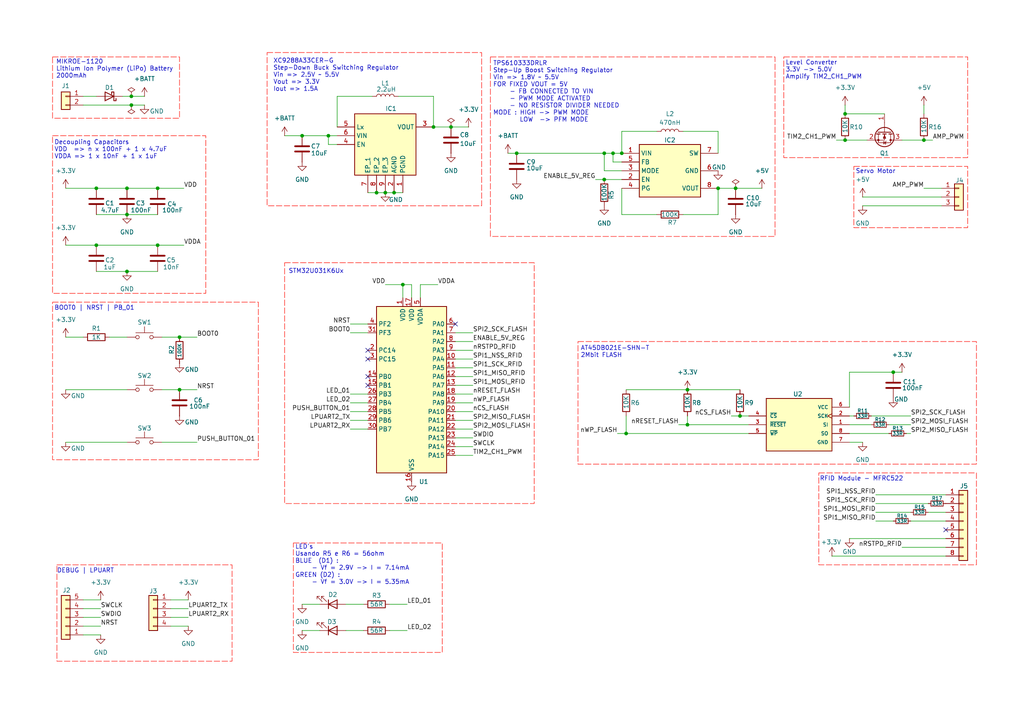
<source format=kicad_sch>
(kicad_sch (version 20250114) (generator "eeschema") (generator_version "9.0")
  (paper "A4")
  (title_block (date "2025-03-28"))
  (text "XC9288A33CER-G\nStep-Down Buck Switching Regulator\nVin => 2.5V ~ 5.5V\nVout => 3.3V\nIout => 1.5A\n" (at 79.248 21.844 0) (effects (font (size 1.27 1.27)) (justify left)))
  (text "TPS610333DRLR\nStep-Up Boost Switching Regulator\nVin => 1.8V ~ 5.5V\nFOR FIXED VOUT = 5V\n	- FB CONNECTED TO VIN\n	- PWM MODE ACTIVATED\n	- NO RESISTOR DIVIDER NEEDED\nMODE : HIGH -> PWM MODE\n	   LOW  -> PFM MODE" (at 143.002 26.67 0) (effects (font (size 1.27 1.27)) (justify left)))
  (text "STM32U031K6Ux" (at 91.694 78.74 0) (effects (font (size 1.27 1.27))))
  (text "Decoupling Capacitors\nVDD  => n x 100nF + 1 x 4.7uF\nVDDA => 1 x 10nF + 1 x 1uF" (at 15.748 43.434 0) (effects (font (size 1.27 1.27)) (justify left)))
  (text "AT45DB021E-SHN-T\n2Mbit FLASH" (at 168.402 102.108 0) (effects (font (size 1.27 1.27)) (justify left)))
  (text "BOOT0 | NRST | PB_01" (at 15.748 89.408 0) (effects (font (size 1.27 1.27)) (justify left)))
  (text "LED's\nUsando R5 e R6 = 56ohm\nBLUE  (D1) :\n	- Vf = 2.9V -> I = 7.14mA\nGREEN (D2) :\n	- Vf = 3.0V -> I = 5.35mA" (at 85.598 163.83 0) (effects (font (size 1.27 1.27)) (justify left)))
  (text "Level Converter \n3.3V -> 5.0V\nAmplify TIM2_CH1_PWM" (at 227.838 20.32 0) (effects (font (size 1.27 1.27)) (justify left)))
  (text "DEBUG | LPUART" (at 16.51 165.608 0) (effects (font (size 1.27 1.27)) (justify left)))
  (text "Servo Motor \n" (at 248.158 49.784 0) (effects (font (size 1.27 1.27)) (justify left)))
  (text "MIKROE-1120\nLithium Ion Polymer (LiPo) Battery\n2000mAh\n" (at 16.256 20.066 0) (effects (font (size 1.27 1.27)) (justify left)))
  (text "RFID Module - MFRC522" (at 237.744 138.938 0) (effects (font (size 1.27 1.27)) (justify left)))
  (text_box "" (at 227.33 16.51 0) (size 53.34 29.21) (margins 0.9525 0.9525 0.9525 0.9525) (stroke (width 0) (type dash) (color 255 14 5 1)) (effects (font (size 1.27 1.27)) (justify left top)))
  (text_box "" (at 82.55 76.2 0) (size 72.39 69.85) (margins 0.9525 0.9525 0.9525 0.9525) (stroke (width 0) (type dash) (color 255 11 0 1)) (effects (font (size 1.27 1.27)) (justify left top)))
  (text_box "" (at 15.24 87.63 0) (size 59.69 45.72) (margins 0.9525 0.9525 0.9525 0.9525) (stroke (width 0) (type dash) (color 255 14 5 1)) (effects (font (size 1.27 1.27)) (justify left top)))
  (text_box "" (at 15.24 39.37 0) (size 44.45 45.72) (margins 0.9525 0.9525 0.9525 0.9525) (stroke (width 0) (type dash) (color 255 11 0 1)) (effects (font (size 1.27 1.27)) (justify left top)))
  (text_box "" (at 167.64 99.06 0) (size 115.57 35.56) (margins 0.9525 0.9525 0.9525 0.9525) (stroke (width 0) (type dash) (color 255 10 5 1)) (effects (font (size 1.27 1.27)) (justify left top)))
  (text_box "" (at 77.47 15.24 0) (size 62.23 44.45) (margins 0.9525 0.9525 0.9525 0.9525) (stroke (width 0) (type dash) (color 255 10 5 1)) (effects (font (size 1.27 1.27)) (justify left top)))
  (text_box "" (at 85.09 157.48 0) (size 43.18 31.75) (margins 0.9525 0.9525 0.9525 0.9525) (stroke (width 0) (type dash) (color 255 14 5 1)) (effects (font (size 1.27 1.27)) (justify left top)))
  (text_box "" (at 15.24 16.51 0) (size 36.83 17.78) (margins 0.9525 0.9525 0.9525 0.9525) (stroke (width 0) (type dash) (color 255 14 5 1)) (effects (font (size 1.27 1.27)) (justify left top)))
  (text_box "" (at 142.24 16.51 0) (size 82.55 52.07) (margins 0.9525 0.9525 0.9525 0.9525) (stroke (width 0) (type dash) (color 255 10 5 1)) (effects (font (size 1.27 1.27)) (justify left top)))
  (text_box "" (at 16.51 163.83 0) (size 50.8 27.94) (margins 0.9525 0.9525 0.9525 0.9525) (stroke (width 0) (type dash) (color 255 10 5 1)) (effects (font (size 1.27 1.27)) (justify left top)))
  (text_box "" (at 237.49 137.16 0) (size 45.72 26.67) (margins 0.9525 0.9525 0.9525 0.9525) (stroke (width 0) (type dash) (color 255 10 5 1)) (effects (font (size 1.27 1.27)) (justify left top)))
  (text_box "" (at 247.65 48.26 0) (size 33.02 17.78) (margins 0.9525 0.9525 0.9525 0.9525) (stroke (width 0) (type dash) (color 255 11 0 1)) (effects (font (size 1.27 1.27)) (justify left top)))
  (junction (at 259.08 107.95))
  (junction (at 116.84 82.55))
  (junction (at 177.8 44.45))
  (junction (at 130.81 36.83))
  (junction (at 199.39 113.03))
  (junction (at 36.83 54.61))
  (junction (at 245.11 33.02))
  (junction (at 125.73 36.83))
  (junction (at 87.63 39.37))
  (junction (at 114.3 55.88))
  (junction (at 52.07 113.03))
  (junction (at 175.26 52.07))
  (junction (at 27.94 54.61))
  (junction (at 95.25 39.37))
  (junction (at 109.22 55.88))
  (junction (at 208.28 54.61))
  (junction (at 38.1 30.48))
  (junction (at 36.83 62.23))
  (junction (at 181.61 125.73))
  (junction (at 149.86 44.45))
  (junction (at 199.39 123.19))
  (junction (at 27.94 71.12))
  (junction (at 52.07 97.79))
  (junction (at 245.11 40.64))
  (junction (at 213.36 54.61))
  (junction (at 214.63 120.65))
  (junction (at 38.1 27.94))
  (junction (at 180.34 44.45))
  (junction (at 45.72 54.61))
  (junction (at 111.76 55.88))
  (junction (at 45.72 71.12))
  (junction (at 175.26 44.45))
  (junction (at 267.97 40.64))
  (junction (at 36.83 78.74))
  (no_connect (at 274.32 153.67))
  (no_connect (at 132.08 93.98))
  (no_connect (at 106.68 101.6))
  (no_connect (at 106.68 104.14))
  (no_connect (at 106.68 109.22))
  (no_connect (at 106.68 111.76))
  (wire (pts (xy 175.26 52.07) (xy 180.34 52.07)))
  (wire (pts (xy 19.05 54.61) (xy 27.94 54.61)))
  (wire (pts (xy 109.22 55.88) (xy 111.76 55.88)))
  (wire (pts (xy 19.05 97.79) (xy 24.13 97.79)))
  (wire (pts (xy 19.05 71.12) (xy 27.94 71.12)))
  (wire (pts (xy 180.34 38.1) (xy 180.34 44.45)))
  (wire (pts (xy 101.6 114.3) (xy 106.68 114.3)))
  (wire (pts (xy 257.81 123.19) (xy 264.16 123.19)))
  (wire (pts (xy 246.38 156.21) (xy 274.32 156.21)))
  (wire (pts (xy 199.39 113.03) (xy 214.63 113.03)))
  (wire (pts (xy 245.11 33.02) (xy 256.54 33.02)))
  (wire (pts (xy 31.75 97.79) (xy 36.83 97.79)))
  (wire (pts (xy 45.72 71.12) (xy 53.34 71.12)))
  (wire (pts (xy 113.03 175.26) (xy 118.11 175.26)))
  (wire (pts (xy 175.26 44.45) (xy 177.8 44.45)))
  (wire (pts (xy 213.36 54.61) (xy 220.98 54.61)))
  (wire (pts (xy 125.73 27.94) (xy 125.73 36.83)))
  (wire (pts (xy 49.53 181.61) (xy 54.61 181.61)))
  (wire (pts (xy 172.72 52.07) (xy 175.26 52.07)))
  (wire (pts (xy 259.08 107.95) (xy 261.62 107.95)))
  (wire (pts (xy 27.94 62.23) (xy 36.83 62.23)))
  (wire (pts (xy 113.03 182.88) (xy 118.11 182.88)))
  (wire (pts (xy 101.6 124.46) (xy 106.68 124.46)))
  (wire (pts (xy 49.53 176.53) (xy 54.61 176.53)))
  (wire (pts (xy 250.19 57.15) (xy 273.05 57.15)))
  (wire (pts (xy 241.3 161.29) (xy 274.32 161.29)))
  (wire (pts (xy 180.34 62.23) (xy 190.5 62.23)))
  (wire (pts (xy 132.08 101.6) (xy 137.16 101.6)))
  (wire (pts (xy 114.3 55.88) (xy 116.84 55.88)))
  (wire (pts (xy 132.08 116.84) (xy 137.16 116.84)))
  (wire (pts (xy 181.61 113.03) (xy 199.39 113.03)))
  (wire (pts (xy 254 146.05) (xy 269.24 146.05)))
  (wire (pts (xy 246.38 118.11) (xy 246.38 107.95)))
  (wire (pts (xy 132.08 109.22) (xy 137.16 109.22)))
  (wire (pts (xy 100.33 175.26) (xy 105.41 175.26)))
  (wire (pts (xy 175.26 44.45) (xy 175.26 49.53)))
  (wire (pts (xy 269.24 148.59) (xy 274.32 148.59)))
  (wire (pts (xy 264.16 151.13) (xy 274.32 151.13)))
  (wire (pts (xy 132.08 129.54) (xy 137.16 129.54)))
  (wire (pts (xy 267.97 40.64) (xy 270.51 40.64)))
  (wire (pts (xy 54.61 179.07) (xy 49.53 179.07)))
  (wire (pts (xy 267.97 30.48) (xy 267.97 33.02)))
  (wire (pts (xy 87.63 39.37) (xy 95.25 39.37)))
  (wire (pts (xy 101.6 96.52) (xy 106.68 96.52)))
  (wire (pts (xy 242.57 40.64) (xy 245.11 40.64)))
  (wire (pts (xy 254 151.13) (xy 259.08 151.13)))
  (wire (pts (xy 208.28 54.61) (xy 213.36 54.61)))
  (wire (pts (xy 132.08 104.14) (xy 137.16 104.14)))
  (wire (pts (xy 95.25 39.37) (xy 97.79 39.37)))
  (wire (pts (xy 261.62 158.75) (xy 274.32 158.75)))
  (wire (pts (xy 217.17 125.73) (xy 181.61 125.73)))
  (wire (pts (xy 121.92 82.55) (xy 127 82.55)))
  (wire (pts (xy 116.84 82.55) (xy 119.38 82.55)))
  (wire (pts (xy 121.92 82.55) (xy 121.92 86.36)))
  (wire (pts (xy 101.6 116.84) (xy 106.68 116.84)))
  (wire (pts (xy 87.63 182.88) (xy 92.71 182.88)))
  (wire (pts (xy 132.08 96.52) (xy 137.16 96.52)))
  (wire (pts (xy 87.63 175.26) (xy 92.71 175.26)))
  (wire (pts (xy 38.1 30.48) (xy 41.91 30.48)))
  (wire (pts (xy 245.11 30.48) (xy 245.11 33.02)))
  (wire (pts (xy 177.8 44.45) (xy 180.34 44.45)))
  (wire (pts (xy 132.08 111.76) (xy 137.16 111.76)))
  (wire (pts (xy 36.83 54.61) (xy 45.72 54.61)))
  (wire (pts (xy 97.79 27.94) (xy 107.95 27.94)))
  (wire (pts (xy 245.11 40.64) (xy 251.46 40.64)))
  (wire (pts (xy 24.13 184.15) (xy 29.21 184.15)))
  (wire (pts (xy 180.34 46.99) (xy 177.8 46.99)))
  (wire (pts (xy 82.55 39.37) (xy 87.63 39.37)))
  (wire (pts (xy 130.81 36.83) (xy 135.89 36.83)))
  (wire (pts (xy 27.94 71.12) (xy 45.72 71.12)))
  (wire (pts (xy 132.08 114.3) (xy 137.16 114.3)))
  (wire (pts (xy 24.13 179.07) (xy 29.21 179.07)))
  (wire (pts (xy 132.08 106.68) (xy 137.16 106.68)))
  (wire (pts (xy 111.76 55.88) (xy 114.3 55.88)))
  (wire (pts (xy 36.83 78.74) (xy 45.72 78.74)))
  (wire (pts (xy 273.05 54.61) (xy 267.97 54.61)))
  (wire (pts (xy 27.94 54.61) (xy 36.83 54.61)))
  (wire (pts (xy 100.33 182.88) (xy 105.41 182.88)))
  (wire (pts (xy 27.94 78.74) (xy 36.83 78.74)))
  (wire (pts (xy 106.68 55.88) (xy 109.22 55.88)))
  (wire (pts (xy 181.61 120.65) (xy 181.61 125.73)))
  (wire (pts (xy 208.28 38.1) (xy 208.28 44.45)))
  (wire (pts (xy 177.8 46.99) (xy 177.8 44.45)))
  (wire (pts (xy 180.34 54.61) (xy 180.34 62.23)))
  (wire (pts (xy 246.38 107.95) (xy 259.08 107.95)))
  (wire (pts (xy 217.17 123.19) (xy 199.39 123.19)))
  (wire (pts (xy 262.89 125.73) (xy 264.16 125.73)))
  (wire (pts (xy 132.08 132.08) (xy 137.16 132.08)))
  (wire (pts (xy 49.53 173.99) (xy 54.61 173.99)))
  (wire (pts (xy 175.26 49.53) (xy 180.34 49.53)))
  (wire (pts (xy 36.83 62.23) (xy 45.72 62.23)))
  (wire (pts (xy 198.12 38.1) (xy 208.28 38.1)))
  (wire (pts (xy 198.12 62.23) (xy 208.28 62.23)))
  (wire (pts (xy 214.63 120.65) (xy 217.17 120.65)))
  (wire (pts (xy 119.38 82.55) (xy 119.38 86.36)))
  (wire (pts (xy 246.38 128.27) (xy 250.19 128.27)))
  (wire (pts (xy 132.08 119.38) (xy 137.16 119.38)))
  (wire (pts (xy 132.08 124.46) (xy 137.16 124.46)))
  (wire (pts (xy 111.76 82.55) (xy 116.84 82.55)))
  (wire (pts (xy 254 148.59) (xy 264.16 148.59)))
  (wire (pts (xy 199.39 120.65) (xy 199.39 123.19)))
  (wire (pts (xy 212.09 120.65) (xy 214.63 120.65)))
  (wire (pts (xy 147.32 44.45) (xy 149.86 44.45)))
  (wire (pts (xy 132.08 127) (xy 137.16 127)))
  (wire (pts (xy 95.25 39.37) (xy 95.25 41.91)))
  (wire (pts (xy 46.99 128.27) (xy 57.15 128.27)))
  (wire (pts (xy 246.38 125.73) (xy 257.81 125.73)))
  (wire (pts (xy 179.07 125.73) (xy 181.61 125.73)))
  (wire (pts (xy 101.6 121.92) (xy 106.68 121.92)))
  (wire (pts (xy 115.57 27.94) (xy 125.73 27.94)))
  (wire (pts (xy 24.13 181.61) (xy 29.21 181.61)))
  (wire (pts (xy 19.05 113.03) (xy 36.83 113.03)))
  (wire (pts (xy 38.1 27.94) (xy 41.91 27.94)))
  (wire (pts (xy 132.08 121.92) (xy 137.16 121.92)))
  (wire (pts (xy 46.99 97.79) (xy 52.07 97.79)))
  (wire (pts (xy 24.13 173.99) (xy 29.21 173.99)))
  (wire (pts (xy 35.56 27.94) (xy 38.1 27.94)))
  (wire (pts (xy 261.62 40.64) (xy 267.97 40.64)))
  (wire (pts (xy 52.07 97.79) (xy 57.15 97.79)))
  (wire (pts (xy 24.13 27.94) (xy 27.94 27.94)))
  (wire (pts (xy 149.86 44.45) (xy 175.26 44.45)))
  (wire (pts (xy 137.16 99.06) (xy 132.08 99.06)))
  (wire (pts (xy 101.6 93.98) (xy 106.68 93.98)))
  (wire (pts (xy 52.07 113.03) (xy 57.15 113.03)))
  (wire (pts (xy 24.13 176.53) (xy 29.21 176.53)))
  (wire (pts (xy 19.05 128.27) (xy 36.83 128.27)))
  (wire (pts (xy 196.85 123.19) (xy 199.39 123.19)))
  (wire (pts (xy 24.13 30.48) (xy 38.1 30.48)))
  (wire (pts (xy 45.72 54.61) (xy 53.34 54.61)))
  (wire (pts (xy 252.73 120.65) (xy 264.16 120.65)))
  (wire (pts (xy 116.84 82.55) (xy 116.84 86.36)))
  (wire (pts (xy 101.6 119.38) (xy 106.68 119.38)))
  (wire (pts (xy 97.79 27.94) (xy 97.79 36.83)))
  (wire (pts (xy 125.73 36.83) (xy 130.81 36.83)))
  (wire (pts (xy 246.38 123.19) (xy 252.73 123.19)))
  (wire (pts (xy 180.34 38.1) (xy 190.5 38.1)))
  (wire (pts (xy 95.25 41.91) (xy 97.79 41.91)))
  (wire (pts (xy 208.28 54.61) (xy 208.28 62.23)))
  (wire (pts (xy 250.19 59.69) (xy 273.05 59.69)))
  (wire (pts (xy 246.38 120.65) (xy 247.65 120.65)))
  (wire (pts (xy 254 143.51) (xy 274.32 143.51)))
  (wire (pts (xy 46.99 113.03) (xy 52.07 113.03)))
  (label "SPI2_MOSI_FLASH" (at 264.16 123.19 0))
  (label "SPI1_MOSI_RFID" (at 137.16 111.76 0))
  (label "LPUART2_TX" (at 54.61 176.53 0))
  (label "NRST" (at 29.21 181.61 0))
  (label "SWDIO" (at 29.21 179.07 0))
  (label "nCS_FLASH" (at 137.16 119.38 0))
  (label "AMP_PWM" (at 270.51 40.64 0))
  (label "SWDIO" (at 137.16 127 0))
  (label "LED_02" (at 118.11 182.88 0))
  (label "nRESET_FLASH" (at 196.85 123.19 180))
  (label "SPI1_SCK_RFID" (at 254 146.05 180))
  (label "VDDA" (at 53.34 71.12 0))
  (label "TIM2_CH1_PWM" (at 137.16 132.08 0))
  (label "SPI2_SCK_FLASH" (at 137.16 96.52 0))
  (label "NRST" (at 57.15 113.03 0))
  (label "SPI1_SCK_RFID" (at 137.16 106.68 0))
  (label "nRESET_FLASH" (at 137.16 114.3 0))
  (label "SPI2_MISO_FLASH" (at 137.16 121.92 0))
  (label "LED_02" (at 101.6 116.84 180))
  (label "nRSTPD_RFID" (at 137.16 101.6 0))
  (label "LPUART2_TX" (at 101.6 121.92 180))
  (label "SPI1_MOSI_RFID" (at 254 148.59 180))
  (label "nWP_FLASH" (at 137.16 116.84 0))
  (label "ENABLE_5V_REG" (at 172.72 52.07 180))
  (label "BOOT0" (at 101.6 96.52 180))
  (label "VDD" (at 53.34 54.61 0))
  (label "AMP_PWM" (at 267.97 54.61 180))
  (label "SPI1_MISO_RFID" (at 137.16 109.22 0))
  (label "LPUART2_RX" (at 54.61 179.07 0))
  (label "ENABLE_5V_REG" (at 137.16 99.06 0))
  (label "SPI1_MISO_RFID" (at 254 151.13 180))
  (label "LPUART2_RX" (at 101.6 124.46 180))
  (label "PUSH_BUTTON_01" (at 57.15 128.27 0))
  (label "SPI1_NSS_RFID" (at 137.16 104.14 0))
  (label "PUSH_BUTTON_01" (at 101.6 119.38 180))
  (label "SPI2_SCK_FLASH" (at 264.16 120.65 0))
  (label "BOOT0" (at 57.15 97.79 0))
  (label "LED_01" (at 118.11 175.26 0))
  (label "SPI2_MISO_FLASH" (at 264.16 125.73 0))
  (label "NRST" (at 101.6 93.98 180))
  (label "VDD" (at 111.76 82.55 180))
  (label "nRSTPD_RFID" (at 261.62 158.75 180))
  (label "VDDA" (at 127 82.55 0))
  (label "SPI2_MOSI_FLASH" (at 137.16 124.46 0))
  (label "nWP_FLASH" (at 179.07 125.73 180))
  (label "SWCLK" (at 137.16 129.54 0))
  (label "nCS_FLASH" (at 212.09 120.65 180))
  (label "SWCLK" (at 29.21 176.53 0))
  (label "SPI1_NSS_RFID" (at 254 143.51 180))
  (label "TIM2_CH1_PWM" (at 242.57 40.64 180))
  (label "LED_01" (at 101.6 114.3 180))
  (symbol (lib_id "Device:C") (at 149.86 48.26 0) (unit 1)
    (property "Reference" "C9" (at 152.654 46.99 0) (effects (justify left)))
    (property "Value" "10uF" (at 152.654 48.768 0) (effects (justify left)))
    (property "Footprint" "Capacitor_SMD:C_0805_2012Metric" (effects (hide yes)))
    (property "Description" "Unpolarized capacitor" (effects (hide yes)))
    (property "Mouser Part Number" "187-CL21A106KAYNNNG" (effects (hide yes)))
  )
  (symbol (lib_id "power:+3.3V") (at 199.39 113.03 0) (unit 1)
    (property "Reference" "#PWR027" (effects (hide yes)))
    (property "Value" "+3.3V" (at 199.39 107.95 0))
    (property "Description" "Power symbol creates a global label with name \"+3.3V\"" (effects (hide yes)))
  )
  (symbol (lib_id "power:GND") (at 250.19 59.69 0) (unit 1)
    (property "Reference" "#PWR035" (effects (hide yes)))
    (property "Value" "GND" (at 250.19 64.77 0))
    (property "Description" "Power symbol creates a global label with name \"GND\" , ground" (effects (hide yes)))
  )
  (symbol (lib_id "power:+3.3V") (at 19.05 97.79 0) (unit 1)
    (property "Reference" "#PWR03" (effects (hide yes)))
    (property "Value" "+3.3V" (at 19.05 92.71 0))
    (property "Description" "Power symbol creates a global label with name \"+3.3V\"" (effects (hide yes)))
  )
  (symbol (lib_id "Device:C") (at 259.08 111.76 0) (unit 1)
    (property "Reference" "C11" (at 261.874 110.744 0) (effects (justify left)))
    (property "Value" "100nF" (at 261.62 112.522 0) (effects (justify left)))
    (property "Footprint" "Capacitor_SMD:C_0603_1608Metric" (effects (hide yes)))
    (property "Description" "Unpolarized capacitor" (effects (hide yes)))
    (property "Mouser Part Number" "963-MSASG063SB5104KF " (effects (hide yes)))
  )
  (symbol (lib_id "power:+3.3V") (at 19.05 71.12 0) (unit 1)
    (property "Reference" "#PWR02" (effects (hide yes)))
    (property "Value" "+3.3V" (at 19.05 66.04 0))
    (property "Description" "Power symbol creates a global label with name \"+3.3V\"" (effects (hide yes)))
  )
  (symbol (lib_id "power:GND") (at 213.36 62.23 0) (unit 1)
    (property "Reference" "#PWR029" (effects (hide yes)))
    (property "Value" "GND" (at 213.36 67.31 0))
    (property "Description" "Power symbol creates a global label with name \"GND\" , ground" (effects (hide yes)))
  )
  (symbol (lib_id "Device:R") (at 181.61 116.84 0) (unit 1)
    (property "Reference" "R6" (at 182.88 116.84 0) (effects (justify left)))
    (property "Value" "10K" (at 181.61 118.618 90) (effects (justify left)))
    (property "Footprint" "Resistor_SMD:R_0805_2012Metric" (effects (hide yes)))
    (property "Description" "Resistor" (effects (hide yes)))
    (property "Mouser Part Number" " 303-0805W8J0103T5E" (effects (hide yes)))
  )
  (symbol (lib_id "Device:C") (at 36.83 58.42 0) (unit 1)
    (property "Reference" "C3" (at 39.37 58.928 0) (effects (justify left)))
    (property "Value" "100nF" (at 37.846 60.96 0) (effects (justify left)))
    (property "Footprint" "Capacitor_SMD:C_0603_1608Metric" (effects (hide yes)))
    (property "Description" "Unpolarized capacitor" (effects (hide yes)))
    (property "Mouser Part Number" "963-MSASG063SB5104KF " (effects (hide yes)))
  )
  (symbol (lib_id "power:GND") (at 41.91 30.48 0) (unit 1)
    (property "Reference" "#PWR011" (effects (hide yes)))
    (property "Value" "GND" (at 45.466 32.258 0))
    (property "Description" "Power symbol creates a global label with name \"GND\" , ground" (effects (hide yes)))
  )
  (symbol (lib_id "Device:L") (at 111.76 27.94 90) (unit 1)
    (property "Reference" "L1" (at 111.76 24.13 90))
    (property "Value" "2.2uH" (at 112.014 25.908 90))
    (property "Footprint" "Inductor_SMD:L_0805_2012Metric" (effects (hide yes)))
    (property "Description" "Inductor" (effects (hide yes)))
    (property "Mouser Part Number" " 530-F1C1-201612-2R2M" (effects (hide yes)))
  )
  (symbol (lib_id "Device:R") (at 175.26 55.88 0) (unit 1)
    (property "Reference" "R5" (at 177.292 57.912 90) (effects (justify left)))
    (property "Value" "100K" (at 175.26 58.42 90) (effects (justify left)))
    (property "Footprint" "Resistor_SMD:R_0805_2012Metric" (effects (hide yes)))
    (property "Description" "Resistor" (effects (hide yes)))
    (property "Mouser Part Number" "303-0805W8F1003T5E " (effects (hide yes)))
  )
  (symbol (lib_id "MCU_ST_STM32U0:STM32U031K6Ux") (at 119.38 114.3 0) (unit 1)
    (property "Reference" "U1" (at 121.5233 139.7 0) (effects (justify left)))
    (property "Value" "STM32U031K6Ux" (effects (hide yes)))
    (property "Footprint" "Package_DFN_QFN:QFN-32-1EP_5x5mm_P0.5mm_EP3.45x3.45mm" (effects (hide yes)))
    (property "Datasheet" "https://www.st.com/resource/en/datasheet/stm32u031k6.pdf" (effects (hide yes)))
    (property "Description" "STMicroelectronics Arm Cortex-M0+ MCU, 32KB flash, 12KB RAM, 27 GPIO, UFQFPN32" (effects (hide yes)))
    (property "Mouser Part Number" " 511-STM32U031K6U6 " (effects (hide yes)))
  )
  (symbol (lib_id "power:+BATT") (at 147.32 44.45 0) (unit 1)
    (property "Reference" "#PWR024" (effects (hide yes)))
    (property "Value" "+BATT" (at 147.32 39.37 0))
    (property "Description" "Power symbol creates a global label with name \"+BATT\"" (effects (hide yes)))
  )
  (symbol (lib_id "Device:R") (at 194.31 62.23 90) (unit 1)
    (property "Reference" "R7" (at 196.342 64.516 90) (effects (justify left)))
    (property "Value" "100K" (at 196.85 62.23 90) (effects (justify left)))
    (property "Footprint" "Resistor_SMD:R_0805_2012Metric" (effects (hide yes)))
    (property "Description" "Resistor" (effects (hide yes)))
    (property "Mouser Part Number" "303-0805W8F1003T5E " (effects (hide yes)))
  )
  (symbol (lib_id "power:GND") (at 87.63 182.88 0) (unit 1)
    (property "Reference" "#PWR019" (effects (hide yes)))
    (property "Value" "GND" (at 87.63 187.96 0))
    (property "Description" "Power symbol creates a global label with name \"GND\" , ground" (effects (hide yes)))
  )
  (symbol (lib_id "power:+3.3V") (at 19.05 54.61 0) (unit 1)
    (property "Reference" "#PWR01" (effects (hide yes)))
    (property "Value" "+3.3V" (at 19.05 49.53 0))
    (property "Description" "Power symbol creates a global label with name \"+3.3V\"" (effects (hide yes)))
  )
  (symbol (lib_id "power:PWR_FLAG") (at 213.36 54.61 0) (unit 1)
    (property "Reference" "#FLG04" (effects (hide yes)))
    (property "Value" "PWR_FLAG" (effects (hide yes)))
    (property "Description" "Special symbol for telling ERC where power comes from" (effects (hide yes)))
  )
  (symbol (lib_id "Connector_Generic:Conn_01x04") (at 44.45 176.53 0) (mirror y) (unit 1)
    (property "Reference" "J3" (at 44.45 171.45 0))
    (property "Value" "Conn_01x04" (effects (hide yes)))
    (property "Footprint" "Connector_PinHeader_2.54mm:PinHeader_1x04_P2.54mm_Vertical" (effects (hide yes)))
    (property "Description" "Generic connector, single row, 01x04, script generated (kicad-library-utils/schlib/autogen/connector/)" (effects (hide yes)))
    (property "Mouser Part Number" " 200-TSW10407TS" (effects (hide yes)))
  )
  (symbol (lib_id "power:+5V") (at 267.97 30.48 0) (unit 1)
    (property "Reference" "#PWR039" (effects (hide yes)))
    (property "Value" "+5V" (at 267.97 25.4 0))
    (property "Description" "Power symbol creates a global label with name \"+5V\"" (effects (hide yes)))
  )
  (symbol (lib_id "power:GND") (at 119.38 139.7 0) (unit 1)
    (property "Reference" "#PWR021" (effects (hide yes)))
    (property "Value" "GND" (at 119.38 144.78 0))
    (property "Description" "Power symbol creates a global label with name \"GND\" , ground" (effects (hide yes)))
  )
  (symbol (lib_id "power:GND") (at 52.07 105.41 0) (unit 1)
    (property "Reference" "#PWR012" (effects (hide yes)))
    (property "Value" "GND" (at 55.626 107.188 0))
    (property "Description" "Power symbol creates a global label with name \"GND\" , ground" (effects (hide yes)))
  )
  (symbol (lib_id "power:GND") (at 130.81 44.45 0) (unit 1)
    (property "Reference" "#PWR022" (effects (hide yes)))
    (property "Value" "GND" (at 130.81 49.53 0))
    (property "Description" "Power symbol creates a global label with name \"GND\" , ground" (effects (hide yes)))
  )
  (symbol (lib_id "power:GND") (at 36.83 78.74 0) (unit 1)
    (property "Reference" "#PWR09" (effects (hide yes)))
    (property "Value" "GND" (at 36.83 83.82 0))
    (property "Description" "Power symbol creates a global label with name \"GND\" , ground" (effects (hide yes)))
  )
  (symbol (lib_id "Connector_Generic:Conn_01x03") (at 278.13 57.15 0) (unit 1)
    (property "Reference" "J4" (at 277.114 52.324 0) (effects (justify left)))
    (property "Value" "Conn_01x03" (effects (hide yes)))
    (property "Footprint" "Connector_PinHeader_2.54mm:PinHeader_1x03_P2.54mm_Vertical" (effects (hide yes)))
    (property "Description" "Generic connector, single row, 01x03, script generated (kicad-library-utils/schlib/autogen/connector/)" (effects (hide yes)))
    (property "Mouser Part Number" "200-HTSW10307TS " (effects (hide yes)))
  )
  (symbol (lib_id "power:GND") (at 87.63 46.99 0) (unit 1)
    (property "Reference" "#PWR017" (effects (hide yes)))
    (property "Value" "GND" (at 87.63 52.07 0))
    (property "Description" "Power symbol creates a global label with name \"GND\" , ground" (effects (hide yes)))
  )
  (symbol (lib_id "Switch:SW_Push") (at 41.91 97.79 0) (unit 1)
    (property "Reference" "SW1" (at 41.91 93.472 0))
    (property "Value" "SW_Push" (effects (hide yes)))
    (property "Footprint" "Button_Switch_SMD:SW_DIP_SPSTx01_Slide_6.7x4.1mm_W6.73mm_P2.54mm_LowProfile_JPin" (effects (hide yes)))
    (property "Description" "Push button switch, generic, two pins" (effects (hide yes)))
    (property "Mouser Part Number" "653-A6SN-1101 " (effects (hide yes)))
  )
  (symbol (lib_id "power:+3.3V") (at 135.89 36.83 0) (unit 1)
    (property "Reference" "#PWR023" (effects (hide yes)))
    (property "Value" "+3.3V" (at 135.89 31.75 0))
    (property "Description" "Power symbol creates a global label with name \"+3.3V\"" (effects (hide yes)))
  )
  (symbol (lib_id "power:PWR_FLAG") (at 38.1 30.48 180) (unit 1)
    (property "Reference" "#FLG02" (effects (hide yes)))
    (property "Value" "PWR_FLAG" (effects (hide yes)))
    (property "Description" "Special symbol for telling ERC where power comes from" (effects (hide yes)))
  )
  (symbol (lib_id "power:GND") (at 87.63 175.26 0) (unit 1)
    (property "Reference" "#PWR018" (effects (hide yes)))
    (property "Value" "GND" (at 87.63 180.34 0))
    (property "Description" "Power symbol creates a global label with name \"GND\" , ground" (effects (hide yes)))
  )
  (symbol (lib_id "Device:C") (at 27.94 74.93 0) (unit 1)
    (property "Reference" "C2" (at 30.48 75.438 0) (effects (justify left)))
    (property "Value" "1uF" (at 29.972 77.47 0) (effects (justify left)))
    (property "Footprint" "Capacitor_SMD:C_0603_1608Metric" (effects (hide yes)))
    (property "Description" "Unpolarized capacitor" (effects (hide yes)))
    (property "Mouser Part Number" " 963-MLAST168SB7105MT" (effects (hide yes)))
  )
  (symbol (lib_id "power:PWR_FLAG") (at 130.81 36.83 0) (unit 1)
    (property "Reference" "#FLG03" (effects (hide yes)))
    (property "Value" "PWR_FLAG" (effects (hide yes)))
    (property "Description" "Special symbol for telling ERC where power comes from" (effects (hide yes)))
  )
  (symbol (lib_id "power:+3.3V") (at 54.61 173.99 0) (unit 1)
    (property "Reference" "#PWR014" (effects (hide yes)))
    (property "Value" "+3.3V" (at 54.61 168.91 0))
    (property "Description" "Power symbol creates a global label with name \"+3.3V\"" (effects (hide yes)))
  )
  (symbol (lib_id "Device:R") (at 109.22 175.26 90) (unit 1)
    (property "Reference" "R3" (at 109.22 172.72 90))
    (property "Value" "56R" (at 109.22 175.26 90))
    (property "Footprint" "Resistor_SMD:R_0805_2012Metric" (effects (hide yes)))
    (property "Description" "Resistor" (effects (hide yes)))
    (property "Mouser Part Number" " 303-0805W8J0560T5E " (effects (hide yes)))
  )
  (symbol (lib_id "Connector_Generic:Conn_01x02") (at 19.05 27.94 0) (mirror y) (unit 1)
    (property "Reference" "J1" (at 19.05 24.892 0))
    (property "Value" "Conn_01x02" (effects (hide yes)))
    (property "Footprint" "Connector_JST:JST_XH_S2B-XH-A-1_1x02_P2.50mm_Horizontal" (effects (hide yes)))
    (property "Description" "Generic connector, single row, 01x02, script generated (kicad-library-utils/schlib/autogen/connector/)" (effects (hide yes)))
    (property "Mouser Part Number" " 306-S2B-XH-ALFSN " (effects (hide yes)))
  )
  (symbol (lib_id "power:GND") (at 175.26 59.69 0) (unit 1)
    (property "Reference" "#PWR026" (effects (hide yes)))
    (property "Value" "GND" (at 175.26 64.77 0))
    (property "Description" "Power symbol creates a global label with name \"GND\" , ground" (effects (hide yes)))
  )
  (symbol (lib_id "Device:C") (at 45.72 58.42 0) (unit 1)
    (property "Reference" "C4" (at 48.514 59.182 0) (effects (justify left)))
    (property "Value" "100nF" (at 46.99 60.96 0) (effects (justify left)))
    (property "Footprint" "Capacitor_SMD:C_0603_1608Metric" (effects (hide yes)))
    (property "Description" "Unpolarized capacitor" (effects (hide yes)))
    (property "Mouser Part Number" "963-MSASG063SB5104KF " (effects (hide yes)))
  )
  (symbol (lib_id "Device:R_Small") (at 260.35 125.73 90) (unit 1)
    (property "Reference" "R13" (at 260.35 124.206 90) (effects (font (size 1.016 1.016))))
    (property "Value" "33R" (at 260.35 125.73 90) (effects (font (size 1.016 1.016))))
    (property "Footprint" "Resistor_SMD:R_0603_1608Metric" (effects (hide yes)))
    (property "Description" "Resistor, small symbol" (effects (hide yes)))
    (property "Mouser Part Number" " 667-ERJ-PA3D33R0V" (effects (hide yes)))
  )
  (symbol (lib_id "power:GND") (at 111.76 55.88 0) (unit 1)
    (property "Reference" "#PWR020" (effects (hide yes)))
    (property "Value" "GND" (at 114.808 57.912 0))
    (property "Description" "Power symbol creates a global label with name \"GND\" , ground" (effects (hide yes)))
  )
  (symbol (lib_id "power:GND") (at 208.28 49.53 0) (unit 1)
    (property "Reference" "#PWR028" (effects (hide yes)))
    (property "Value" "GND" (at 208.534 48.514 0))
    (property "Description" "Power symbol creates a global label with name \"GND\" , ground" (effects (hide yes)))
  )
  (symbol (lib_id "AT45DB021E-SHN-T:AT45DB021E-SHN-T") (at 231.14 124.46 0) (unit 1)
    (property "Reference" "U2" (at 231.394 114.3 0))
    (property "Value" "AT45DB021E-SHN-T" (effects (hide yes)))
    (property "Footprint" "AT45DB:SOIC127P798X216-8N" (effects (hide yes)))
    (property "MF" "Adesto Technologies" (effects (hide yes)))
    (property "MAXIMUM_PACKAGE_HEIGHT" "2.16 mm" (effects (hide yes)))
    (property "Package" "SOIC-8 Dialog Semiconductor" (effects (hide yes)))
    (property "Price" "None" (effects (hide yes)))
    (property "Check_prices" "https://www.snapeda.com/parts/AT45DB021E-SHN-T/Adesto+Technologies/view-part/?ref=eda" (effects (hide yes)))
    (property "STANDARD" "IPC 7351B" (effects (hide yes)))
    (property "PARTREV" "8789I" (effects (hide yes)))
    (property "SnapEDA_Link" "https://www.snapeda.com/parts/AT45DB021E-SHN-T/Adesto+Technologies/view-part/?ref=snap" (effects (hide yes)))
    (property "MP" "AT45DB021E-SHN-T" (effects (hide yes)))
    (property "Description_1" "2 Mbit, Wide Vcc (1.65V to 3.6V), -40C to 85C, SOIC-W 208mil (Tape & Reel), Single SPI DataFlash" (effects (hide yes)))
    (property "Availability" "In Stock" (effects (hide yes)))
    (property "MANUFACTURER" "Dialog Semiconductor" (effects (hide yes)))
    (property "Mouser Part Number" "556-AT45DB021E-SHN-T" (effects (hide yes)))
  )
  (symbol (lib_id "power:+5V") (at 250.19 57.15 0) (unit 1)
    (property "Reference" "#PWR034" (effects (hide yes)))
    (property "Value" "+5V" (at 250.19 52.07 0))
    (property "Description" "Power symbol creates a global label with name \"+5V\"" (effects (hide yes)))
  )
  (symbol (lib_id "Device:C") (at 52.07 116.84 0) (unit 1)
    (property "Reference" "C6" (at 56.134 116.078 0) (effects (justify left)))
    (property "Value" "100nF" (at 54.864 117.856 0) (effects (justify left)))
    (property "Footprint" "Capacitor_SMD:C_0603_1608Metric" (effects (hide yes)))
    (property "Description" "Unpolarized capacitor" (effects (hide yes)))
    (property "Mouser Part Number" "963-MSASG063SB5104KF " (effects (hide yes)))
  )
  (symbol (lib_id "Device:L") (at 194.31 38.1 90) (unit 1)
    (property "Reference" "L2" (at 194.31 33.02 90))
    (property "Value" "470nH" (at 194.31 35.56 90))
    (property "Footprint" "Inductor_SMD:L_0805_2012Metric" (effects (hide yes)))
    (property "Description" "Inductor" (effects (hide yes)))
    (property "Mouser Part Number" "530-F1C1-201612-R47M " (effects (hide yes)))
  )
  (symbol (lib_id "power:GND") (at 52.07 120.65 0) (unit 1)
    (property "Reference" "#PWR013" (effects (hide yes)))
    (property "Value" "GND" (at 55.626 122.428 0))
    (property "Description" "Power symbol creates a global label with name \"GND\" , ground" (effects (hide yes)))
  )
  (symbol (lib_id "power:+BATT") (at 82.55 39.37 0) (unit 1)
    (property "Reference" "#PWR016" (effects (hide yes)))
    (property "Value" "+BATT" (at 82.55 34.29 0))
    (property "Description" "Power symbol creates a global label with name \"+BATT\"" (effects (hide yes)))
  )
  (symbol (lib_id "power:GND") (at 259.08 115.57 0) (unit 1)
    (property "Reference" "#PWR037" (effects (hide yes)))
    (property "Value" "GND" (at 261.366 115.824 0))
    (property "Description" "Power symbol creates a global label with name \"GND\" , ground" (effects (hide yes)))
  )
  (symbol (lib_id "Device:R") (at 27.94 97.79 90) (unit 1)
    (property "Reference" "R1" (at 27.94 95.25 90))
    (property "Value" "1K" (at 27.94 97.79 90))
    (property "Footprint" "Resistor_SMD:R_0805_2012Metric" (effects (hide yes)))
    (property "Description" "Resistor" (effects (hide yes)))
    (property "Mouser Part Number" " 303-0805W8J0102T5E" (effects (hide yes)))
  )
  (symbol (lib_id "Device:R_Small") (at 266.7 148.59 90) (unit 1)
    (property "Reference" "R15" (at 266.7 147.066 90) (effects (font (size 1.016 1.016))))
    (property "Value" "33R" (at 266.7 148.59 90) (effects (font (size 1.016 1.016))))
    (property "Footprint" "Resistor_SMD:R_0603_1608Metric" (effects (hide yes)))
    (property "Description" "Resistor, small symbol" (effects (hide yes)))
    (property "Mouser Part Number" " 667-ERJ-PA3D33R0V" (effects (hide yes)))
  )
  (symbol (lib_id "power:GND") (at 19.05 128.27 0) (unit 1)
    (property "Reference" "#PWR05" (effects (hide yes)))
    (property "Value" "GND" (at 22.606 130.048 0))
    (property "Description" "Power symbol creates a global label with name \"GND\" , ground" (effects (hide yes)))
  )
  (symbol (lib_id "Device:R") (at 52.07 101.6 180) (unit 1)
    (property "Reference" "R2" (at 49.784 100.076 90) (effects (justify left)))
    (property "Value" "100K" (at 52.07 103.632 90) (effects (font (size 1.016 1.016)) (justify right)))
    (property "Footprint" "Resistor_SMD:R_0805_2012Metric" (effects (hide yes)))
    (property "Description" "Resistor" (effects (hide yes)))
    (property "Mouser Part Number" "303-0805W8F1003T5E " (effects (hide yes)))
  )
  (symbol (lib_id "power:PWR_FLAG") (at 38.1 27.94 0) (unit 1)
    (property "Reference" "#FLG01" (effects (hide yes)))
    (property "Value" "PWR_FLAG" (effects (hide yes)))
    (property "Description" "Special symbol for telling ERC where power comes from" (effects (hide yes)))
  )
  (symbol (lib_id "power:GND") (at 246.38 156.21 0) (unit 1)
    (property "Reference" "#PWR033" (effects (hide yes)))
    (property "Value" "GND" (at 246.38 160.02 0))
    (property "Description" "Power symbol creates a global label with name \"GND\" , ground" (effects (hide yes)))
  )
  (symbol (lib_id "power:+3.3V") (at 245.11 30.48 0) (unit 1)
    (property "Reference" "#PWR032" (effects (hide yes)))
    (property "Value" "+3.3V" (at 245.11 25.4 0))
    (property "Description" "Power symbol creates a global label with name \"+3.3V\"" (effects (hide yes)))
  )
  (symbol (lib_id "Device:R") (at 109.22 182.88 90) (unit 1)
    (property "Reference" "R4" (at 109.22 180.34 90))
    (property "Value" "56R" (at 109.22 182.88 90))
    (property "Footprint" "Resistor_SMD:R_0805_2012Metric" (effects (hide yes)))
    (property "Description" "Resistor" (effects (hide yes)))
    (property "Mouser Part Number" " 303-0805W8J0560T5E " (effects (hide yes)))
  )
  (symbol (lib_id "Device:R_Small") (at 261.62 151.13 90) (unit 1)
    (property "Reference" "R14" (at 261.62 149.606 90) (effects (font (size 1.016 1.016))))
    (property "Value" "33R" (at 261.62 151.13 90) (effects (font (size 1.016 1.016))))
    (property "Footprint" "Resistor_SMD:R_0603_1608Metric" (effects (hide yes)))
    (property "Description" "Resistor, small symbol" (effects (hide yes)))
    (property "Mouser Part Number" " 667-ERJ-PA3D33R0V" (effects (hide yes)))
  )
  (symbol (lib_id "Device:C") (at 130.81 40.64 0) (unit 1)
    (property "Reference" "C8" (at 133.35 39.116 0) (effects (justify left)))
    (property "Value" "10uF" (at 133.35 41.656 0) (effects (justify left)))
    (property "Footprint" "Capacitor_SMD:C_0805_2012Metric" (effects (hide yes)))
    (property "Description" "Unpolarized capacitor" (effects (hide yes)))
    (property "Mouser Part Number" "187-CL21A106KAYNNNG" (effects (hide yes)))
  )
  (symbol (lib_id "Device:C") (at 27.94 58.42 0) (unit 1)
    (property "Reference" "C1" (at 30.48 58.928 0) (effects (justify left)))
    (property "Value" "4.7uF" (at 29.21 60.96 0) (effects (justify left)))
    (property "Footprint" "Capacitor_SMD:C_0603_1608Metric" (effects (hide yes)))
    (property "Description" "Unpolarized capacitor" (effects (hide yes)))
    (property "Mouser Part Number" " 963-TMK107BBJ475KA-T" (effects (hide yes)))
  )
  (symbol (lib_id "power:+BATT") (at 41.91 27.94 0) (unit 1)
    (property "Reference" "#PWR010" (effects (hide yes)))
    (property "Value" "+BATT" (at 41.91 22.86 0))
    (property "Description" "Power symbol creates a global label with name \"+BATT\"" (effects (hide yes)))
  )
  (symbol (lib_id "Device:R_Small") (at 250.19 120.65 90) (unit 1)
    (property "Reference" "R11" (at 250.19 119.126 90) (effects (font (size 1.016 1.016))))
    (property "Value" "33R" (at 250.19 120.65 90) (effects (font (size 1.016 1.016))))
    (property "Footprint" "Resistor_SMD:R_0603_1608Metric" (effects (hide yes)))
    (property "Description" "Resistor, small symbol" (effects (hide yes)))
    (property "Mouser Part Number" " 667-ERJ-PA3D33R0V" (effects (hide yes)))
  )
  (symbol (lib_id "power:GND") (at 250.19 128.27 0) (unit 1)
    (property "Reference" "#PWR036" (effects (hide yes)))
    (property "Value" "GND" (at 250.19 133.35 0))
    (property "Description" "Power symbol creates a global label with name \"GND\" , ground" (effects (hide yes)))
  )
  (symbol (lib_id "Transistor_FET:2N7002") (at 256.54 38.1 270) (unit 1)
    (property "Reference" "Q1" (at 256.54 44.45 90))
    (property "Value" "2N7002" (effects (hide yes)))
    (property "Footprint" "Package_TO_SOT_SMD:SOT-23" (effects (hide yes)))
    (property "Datasheet" "https://www.onsemi.com/pub/Collateral/NDS7002A-D.PDF" (effects (hide yes)))
    (property "Description" "0.115A Id, 60V Vds, N-Channel MOSFET, SOT-23" (effects (hide yes)))
    (property "Mouser Part Number" "512-2N7002" (effects (hide yes)))
  )
  (symbol (lib_id "Device:C") (at 87.63 43.18 0) (unit 1)
    (property "Reference" "C7" (at 90.17 42.418 0) (effects (justify left)))
    (property "Value" "10uF" (at 90.17 44.45 0) (effects (justify left)))
    (property "Footprint" "Capacitor_SMD:C_0805_2012Metric" (effects (hide yes)))
    (property "Description" "Unpolarized capacitor" (effects (hide yes)))
    (property "Mouser Part Number" "187-CL21A106KAYNNNG" (effects (hide yes)))
  )
  (symbol (lib_id "power:GND") (at 149.86 52.07 0) (unit 1)
    (property "Reference" "#PWR025" (effects (hide yes)))
    (property "Value" "GND" (at 149.86 57.15 0))
    (property "Description" "Power symbol creates a global label with name \"GND\" , ground" (effects (hide yes)))
  )
  (symbol (lib_id "Device:R") (at 245.11 36.83 0) (unit 1)
    (property "Reference" "R10" (at 246.38 36.83 0) (effects (justify left)))
    (property "Value" "10K" (at 245.11 38.608 90) (effects (justify left)))
    (property "Footprint" "Resistor_SMD:R_0805_2012Metric" (effects (hide yes)))
    (property "Description" "Resistor" (effects (hide yes)))
    (property "Mouser Part Number" " 303-0805W8J0103T5E" (effects (hide yes)))
  )
  (symbol (lib_id "power:GND") (at 29.21 184.15 0) (unit 1)
    (property "Reference" "#PWR07" (effects (hide yes)))
    (property "Value" "GND" (at 29.21 189.23 0))
    (property "Description" "Power symbol creates a global label with name \"GND\" , ground" (effects (hide yes)))
  )
  (symbol (lib_id "TPS610333DRLR:TPS610333DRLR") (at 194.31 48.26 0) (unit 1)
    (property "Reference" "IC2" (at 194.31 40.64 0))
    (property "Value" "TPS610333DRLR" (effects (hide yes)))
    (property "Footprint" "TPS6103:SOTFL50P160X60-8N" (effects (hide yes)))
    (property "Datasheet" "https://www.ti.com/lit/ds/symlink/tps610333.pdf?HQS=dis-mous-null-mousermode-dsf-pf-null-wwe&ts=1702892609293&ref_url=https%253A%252F%252Fwww.mouser.es%252F" (effects (hide yes)))
    (property "Description" "Switching Voltage Regulators 5-V, 1.85-A boost converter with power good, output discharge and PFM/PWM control 8-SOT-5X3 -40 to 125" (effects (hide yes)))
    (property "Height" "0.6" (effects (hide yes)))
    (property "Mouser Part Number" "595-TPS610333DRLR" (effects (hide yes)))
    (property "Mouser Price/Stock" "https://www.mouser.co.uk/ProductDetail/Texas-Instruments/TPS610333DRLR?qs=HoCaDK9Nz5dzV%252Bptf%2FLKkg%3D%3D" (effects (hide yes)))
    (property "Manufacturer_Name" "Texas Instruments" (effects (hide yes)))
    (property "Manufacturer_Part_Number" "TPS610333DRLR" (effects (hide yes)))
  )
  (symbol (lib_id "power:GND") (at 54.61 181.61 0) (unit 1)
    (property "Reference" "#PWR015" (effects (hide yes)))
    (property "Value" "GND" (at 54.61 186.69 0))
    (property "Description" "Power symbol creates a global label with name \"GND\" , ground" (effects (hide yes)))
  )
  (symbol (lib_id "Device:R") (at 214.63 116.84 0) (unit 1)
    (property "Reference" "R9" (at 215.9 116.84 0) (effects (justify left)))
    (property "Value" "10K" (at 214.63 118.618 90) (effects (justify left)))
    (property "Footprint" "Resistor_SMD:R_0805_2012Metric" (effects (hide yes)))
    (property "Description" "Resistor" (effects (hide yes)))
    (property "Mouser Part Number" " 303-0805W8J0103T5E" (effects (hide yes)))
  )
  (symbol (lib_id "power:+5V") (at 220.98 54.61 0) (unit 1)
    (property "Reference" "#PWR030" (effects (hide yes)))
    (property "Value" "+5V" (at 220.98 49.53 0))
    (property "Description" "Power symbol creates a global label with name \"+5V\"" (effects (hide yes)))
  )
  (symbol (lib_id "Connector_Generic:Conn_01x05") (at 19.05 179.07 180) (unit 1)
    (property "Reference" "J2" (at 19.304 171.196 0))
    (property "Value" "Conn_01x05" (effects (hide yes)))
    (property "Footprint" "Connector_PinHeader_2.54mm:PinHeader_1x05_P2.54mm_Vertical" (effects (hide yes)))
    (property "Description" "Generic connector, single row, 01x05, script generated (kicad-library-utils/schlib/autogen/connector/)" (effects (hide yes)))
    (property "Mouser Part Number" " 649-1012937890502BLF " (effects (hide yes)))
  )
  (symbol (lib_id "power:+3.3V") (at 261.62 107.95 0) (unit 1)
    (property "Reference" "#PWR038" (effects (hide yes)))
    (property "Value" "+3.3V" (at 261.62 102.87 0))
    (property "Description" "Power symbol creates a global label with name \"+3.3V\"" (effects (hide yes)))
  )
  (symbol (lib_id "XC9288A33CER-G:XC9288A33CER-G") (at 113.03 40.64 0) (unit 1)
    (property "Reference" "IC1" (at 111.76 31.496 0) (effects (justify left)))
    (property "Value" "XC9288A33CER-G" (effects (hide yes)))
    (property "Footprint" "XC9288A:USP-6C" (effects (hide yes)))
    (property "Datasheet" "https://product.torexsemi.com/system/files/series/XC9287.pdf" (effects (hide yes)))
    (property "Description" "HiSAT-COT Control, 1.5A Synchronous Step-Down DC/DC Converters" (effects (hide yes)))
    (property "Height" "0.6" (effects (hide yes)))
    (property "Mouser Part Number" "865-XC9288A33CER-G " (effects (hide yes)))
    (property "Manufacturer_Name" "Torex" (effects (hide yes)))
    (property "Manufacturer_Part_Number" "XC9288A33CER-G" (effects (hide yes)))
  )
  (symbol (lib_id "power:+3.3V") (at 241.3 161.29 0) (unit 1)
    (property "Reference" "#PWR031" (effects (hide yes)))
    (property "Value" "+3.3V" (at 241.046 157.226 0))
    (property "Description" "Power symbol creates a global label with name \"+3.3V\"" (effects (hide yes)))
  )
  (symbol (lib_id "power:GND") (at 36.83 62.23 0) (unit 1)
    (property "Reference" "#PWR08" (effects (hide yes)))
    (property "Value" "GND" (at 36.83 67.31 0))
    (property "Description" "Power symbol creates a global label with name \"GND\" , ground" (effects (hide yes)))
  )
  (symbol (lib_id "Device:R") (at 267.97 36.83 0) (unit 1)
    (property "Reference" "R16" (at 269.24 36.83 0) (effects (justify left)))
    (property "Value" "10K" (at 267.97 38.608 90) (effects (justify left)))
    (property "Footprint" "Resistor_SMD:R_0805_2012Metric" (effects (hide yes)))
    (property "Description" "Resistor" (effects (hide yes)))
    (property "Mouser Part Number" " 303-0805W8J0103T5E" (effects (hide yes)))
  )
  (symbol (lib_id "power:GND") (at 19.05 113.03 0) (unit 1)
    (property "Reference" "#PWR04" (effects (hide yes)))
    (property "Value" "GND" (at 22.606 114.808 0))
    (property "Description" "Power symbol creates a global label with name \"GND\" , ground" (effects (hide yes)))
  )
  (symbol (lib_id "Device:R_Small") (at 255.27 123.19 90) (unit 1)
    (property "Reference" "R12" (at 255.27 121.666 90) (effects (font (size 1.016 1.016))))
    (property "Value" "33R" (at 255.27 123.19 90) (effects (font (size 1.016 1.016))))
    (property "Footprint" "Resistor_SMD:R_0603_1608Metric" (effects (hide yes)))
    (property "Description" "Resistor, small symbol" (effects (hide yes)))
    (property "Mouser Part Number" " 667-ERJ-PA3D33R0V" (effects (hide yes)))
  )
  (symbol (lib_id "Switch:SW_Push") (at 41.91 113.03 0) (unit 1)
    (property "Reference" "SW2" (at 41.91 108.966 0))
    (property "Value" "SW_Push" (effects (hide yes)))
    (property "Footprint" "Button_Switch_SMD:SW_DIP_SPSTx01_Slide_6.7x4.1mm_W6.73mm_P2.54mm_LowProfile_JPin" (effects (hide yes)))
    (property "Description" "Push button switch, generic, two pins" (effects (hide yes)))
    (property "Mouser Part Number" "653-A6SN-1101 " (effects (hide yes)))
  )
  (symbol (lib_id "Connector_Generic:Conn_01x08") (at 279.4 151.13 0) (unit 1)
    (property "Reference" "J5" (at 278.384 140.97 0) (effects (justify left)))
    (property "Value" "Conn_01x08" (effects (hide yes)))
    (property "Footprint" "Connector_PinHeader_2.54mm:PinHeader_1x08_P2.54mm_Vertical" (effects (hide yes)))
    (property "Description" "Generic connector, single row, 01x08, script generated (kicad-library-utils/schlib/autogen/connector/)" (effects (hide yes)))
    (property "Mouser Part Number" " 200-MTSW10807TS185" (effects (hide yes)))
  )
  (symbol (lib_id "Device:LED") (at 96.52 175.26 0) (mirror x) (unit 1)
    (property "Reference" "D2" (at 96.52 172.466 0))
    (property "Value" "BLUE" (effects (hide yes)))
    (property "Footprint" "LED_SMD:LED_0805_2012Metric" (effects (hide yes)))
    (property "Description" "Light emitting diode" (effects (hide yes)))
    (property "Sim.Pins" "1=K 2=A" (effects (hide yes)))
    (property "Mouser Part Number" "755-SMLMN2BCTT86C " (effects (hide yes)))
  )
  (symbol (lib_id "Device:C") (at 213.36 58.42 0) (unit 1)
    (property "Reference" "C10" (at 216.408 57.404 0) (effects (justify left)))
    (property "Value" "10uF" (at 216.154 59.182 0) (effects (justify left)))
    (property "Footprint" "Capacitor_SMD:C_0805_2012Metric" (effects (hide yes)))
    (property "Description" "Unpolarized capacitor" (effects (hide yes)))
    (property "Mouser Part Number" "187-CL21A106KAYNNNG" (effects (hide yes)))
  )
  (symbol (lib_id "Device:R_Small") (at 271.78 146.05 90) (unit 1)
    (property "Reference" "R17" (at 271.78 144.526 90) (effects (font (size 1.016 1.016))))
    (property "Value" "33R" (at 271.78 146.05 90) (effects (font (size 1.016 1.016))))
    (property "Footprint" "Resistor_SMD:R_0603_1608Metric" (effects (hide yes)))
    (property "Description" "Resistor, small symbol" (effects (hide yes)))
    (property "Mouser Part Number" " 667-ERJ-PA3D33R0V" (effects (hide yes)))
  )
  (symbol (lib_id "Device:LED") (at 96.52 182.88 0) (mirror x) (unit 1)
    (property "Reference" "D3" (at 96.266 180.34 0))
    (property "Value" "GREEN" (effects (hide yes)))
    (property "Footprint" "LED_SMD:LED_0805_2012Metric" (effects (hide yes)))
    (property "Description" "Light emitting diode" (effects (hide yes)))
    (property "Sim.Pins" "1=K 2=A" (effects (hide yes)))
    (property "Mouser Part Number" "755-SMLMN2ECTT86C" (effects (hide yes)))
  )
  (symbol (lib_id "Device:R") (at 199.39 116.84 0) (unit 1)
    (property "Reference" "R8" (at 200.66 116.84 0) (effects (justify left)))
    (property "Value" "10K" (at 199.39 118.618 90) (effects (justify left)))
    (property "Footprint" "Resistor_SMD:R_0805_2012Metric" (effects (hide yes)))
    (property "Description" "Resistor" (effects (hide yes)))
    (property "Mouser Part Number" " 303-0805W8J0103T5E" (effects (hide yes)))
  )
  (symbol (lib_id "Diode:SS26") (at 31.75 27.94 180) (unit 1)
    (property "Reference" "D1" (at 31.75 25.4 0))
    (property "Value" "SS26" (effects (hide yes)))
    (property "Footprint" "Diode_SMD:D_SMA" (effects (hide yes)))
    (property "Datasheet" "https://www.vishay.com/docs/88748/ss22.pdf" (effects (hide yes)))
    (property "Description" "60V 2A Schottky Diode, SMA" (effects (hide yes)))
    (property "Mouser Part Number" "78-SS2FN6-M3/H " (effects (hide yes)))
  )
  (symbol (lib_id "Device:C") (at 45.72 74.93 0) (unit 1)
    (property "Reference" "C5" (at 48.26 75.438 0) (effects (justify left)))
    (property "Value" "10nF" (at 47.244 77.47 0) (effects (justify left)))
    (property "Footprint" "Capacitor_SMD:C_0603_1608Metric" (effects (hide yes)))
    (property "Description" "Unpolarized capacitor" (effects (hide yes)))
    (property "Mouser Part Number" "963-MLASU063SB5103KF" (effects (hide yes)))
  )
  (symbol (lib_id "Switch:SW_Push") (at 41.91 128.27 0) (unit 1)
    (property "Reference" "SW3" (at 41.91 124.206 0))
    (property "Value" "SW_Push" (effects (hide yes)))
    (property "Footprint" "Button_Switch_SMD:SW_DIP_SPSTx01_Slide_6.7x4.1mm_W6.73mm_P2.54mm_LowProfile_JPin" (effects (hide yes)))
    (property "Description" "Push button switch, generic, two pins" (effects (hide yes)))
    (property "Mouser Part Number" "653-A6SN-1101 " (effects (hide yes)))
  )
  (symbol (lib_id "power:+3.3V") (at 29.21 173.99 0) (unit 1)
    (property "Reference" "#PWR06" (effects (hide yes)))
    (property "Value" "+3.3V" (at 29.21 168.91 0))
    (property "Description" "Power symbol creates a global label with name \"+3.3V\"" (effects (hide yes)))
  )
)
</source>
